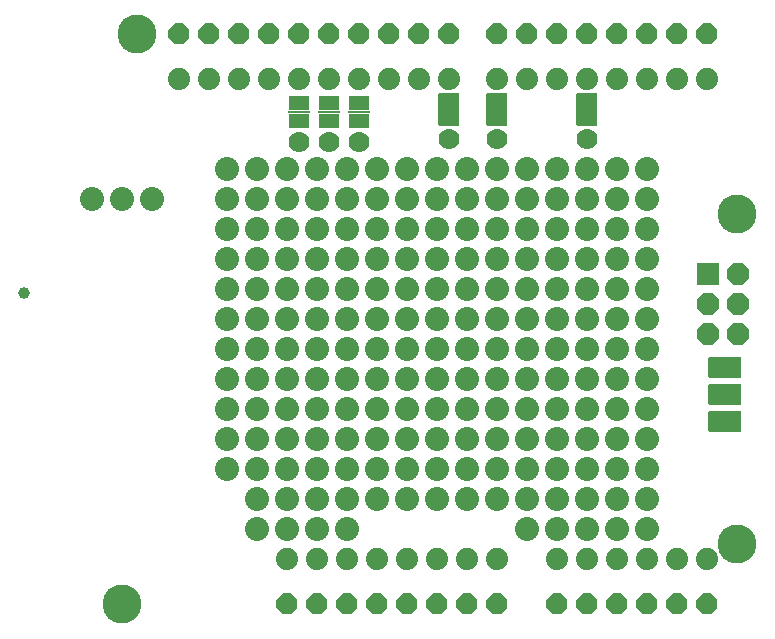
<source format=gbr>
G04 EAGLE Gerber RS-274X export*
G75*
%MOMM*%
%FSLAX34Y34*%
%LPD*%
%INSoldermask Bottom*%
%IPPOS*%
%AMOC8*
5,1,8,0,0,1.08239X$1,22.5*%
G01*
%ADD10C,3.301600*%
%ADD11P,1.924489X8X22.500000*%
%ADD12P,2.034460X8X22.500000*%
%ADD13R,1.879600X1.879600*%
%ADD14C,1.879600*%
%ADD15C,1.001600*%
%ADD16R,1.270000X1.701800*%
%ADD17R,0.736600X0.304800*%
%ADD18R,1.701800X1.270000*%
%ADD19R,1.828800X0.152400*%
%ADD20R,0.304800X0.736600*%
%ADD21C,1.778000*%
%ADD22C,2.032000*%

G36*
X424298Y430546D02*
X424298Y430546D01*
X424417Y430553D01*
X424455Y430566D01*
X424496Y430571D01*
X424606Y430614D01*
X424719Y430651D01*
X424754Y430673D01*
X424791Y430688D01*
X424887Y430758D01*
X424988Y430821D01*
X425016Y430851D01*
X425049Y430874D01*
X425125Y430966D01*
X425206Y431053D01*
X425226Y431088D01*
X425251Y431119D01*
X425302Y431227D01*
X425360Y431331D01*
X425370Y431371D01*
X425387Y431407D01*
X425409Y431524D01*
X425439Y431639D01*
X425443Y431700D01*
X425447Y431720D01*
X425445Y431740D01*
X425449Y431800D01*
X425449Y457200D01*
X425434Y457318D01*
X425427Y457437D01*
X425414Y457475D01*
X425409Y457516D01*
X425366Y457626D01*
X425329Y457739D01*
X425307Y457774D01*
X425292Y457811D01*
X425223Y457907D01*
X425159Y458008D01*
X425129Y458036D01*
X425106Y458069D01*
X425014Y458145D01*
X424927Y458226D01*
X424892Y458246D01*
X424861Y458271D01*
X424753Y458322D01*
X424649Y458380D01*
X424609Y458390D01*
X424573Y458407D01*
X424456Y458429D01*
X424341Y458459D01*
X424281Y458463D01*
X424261Y458467D01*
X424240Y458465D01*
X424180Y458469D01*
X408940Y458469D01*
X408822Y458454D01*
X408703Y458447D01*
X408665Y458434D01*
X408624Y458429D01*
X408514Y458386D01*
X408401Y458349D01*
X408366Y458327D01*
X408329Y458312D01*
X408233Y458243D01*
X408132Y458179D01*
X408104Y458149D01*
X408071Y458126D01*
X407996Y458034D01*
X407914Y457947D01*
X407894Y457912D01*
X407869Y457881D01*
X407818Y457773D01*
X407760Y457669D01*
X407750Y457629D01*
X407733Y457593D01*
X407711Y457476D01*
X407681Y457361D01*
X407677Y457301D01*
X407673Y457281D01*
X407674Y457269D01*
X407673Y457266D01*
X407674Y457253D01*
X407671Y457200D01*
X407671Y431800D01*
X407686Y431682D01*
X407693Y431563D01*
X407706Y431525D01*
X407711Y431484D01*
X407754Y431374D01*
X407791Y431261D01*
X407813Y431226D01*
X407828Y431189D01*
X407898Y431093D01*
X407961Y430992D01*
X407991Y430964D01*
X408014Y430931D01*
X408106Y430856D01*
X408193Y430774D01*
X408228Y430754D01*
X408259Y430729D01*
X408367Y430678D01*
X408471Y430620D01*
X408511Y430610D01*
X408547Y430593D01*
X408664Y430571D01*
X408779Y430541D01*
X408840Y430537D01*
X408860Y430533D01*
X408880Y430535D01*
X408940Y430531D01*
X424180Y430531D01*
X424298Y430546D01*
G37*
G36*
X464938Y430546D02*
X464938Y430546D01*
X465057Y430553D01*
X465095Y430566D01*
X465136Y430571D01*
X465246Y430614D01*
X465359Y430651D01*
X465394Y430673D01*
X465431Y430688D01*
X465527Y430758D01*
X465628Y430821D01*
X465656Y430851D01*
X465689Y430874D01*
X465765Y430966D01*
X465846Y431053D01*
X465866Y431088D01*
X465891Y431119D01*
X465942Y431227D01*
X466000Y431331D01*
X466010Y431371D01*
X466027Y431407D01*
X466049Y431524D01*
X466079Y431639D01*
X466083Y431700D01*
X466087Y431720D01*
X466085Y431740D01*
X466089Y431800D01*
X466089Y457200D01*
X466074Y457318D01*
X466067Y457437D01*
X466054Y457475D01*
X466049Y457516D01*
X466006Y457626D01*
X465969Y457739D01*
X465947Y457774D01*
X465932Y457811D01*
X465863Y457907D01*
X465799Y458008D01*
X465769Y458036D01*
X465746Y458069D01*
X465654Y458145D01*
X465567Y458226D01*
X465532Y458246D01*
X465501Y458271D01*
X465393Y458322D01*
X465289Y458380D01*
X465249Y458390D01*
X465213Y458407D01*
X465096Y458429D01*
X464981Y458459D01*
X464921Y458463D01*
X464901Y458467D01*
X464880Y458465D01*
X464820Y458469D01*
X449580Y458469D01*
X449462Y458454D01*
X449343Y458447D01*
X449305Y458434D01*
X449264Y458429D01*
X449154Y458386D01*
X449041Y458349D01*
X449006Y458327D01*
X448969Y458312D01*
X448873Y458243D01*
X448772Y458179D01*
X448744Y458149D01*
X448711Y458126D01*
X448636Y458034D01*
X448554Y457947D01*
X448534Y457912D01*
X448509Y457881D01*
X448458Y457773D01*
X448400Y457669D01*
X448390Y457629D01*
X448373Y457593D01*
X448351Y457476D01*
X448321Y457361D01*
X448317Y457301D01*
X448313Y457281D01*
X448314Y457269D01*
X448313Y457266D01*
X448314Y457253D01*
X448311Y457200D01*
X448311Y431800D01*
X448326Y431682D01*
X448333Y431563D01*
X448346Y431525D01*
X448351Y431484D01*
X448394Y431374D01*
X448431Y431261D01*
X448453Y431226D01*
X448468Y431189D01*
X448538Y431093D01*
X448601Y430992D01*
X448631Y430964D01*
X448654Y430931D01*
X448746Y430856D01*
X448833Y430774D01*
X448868Y430754D01*
X448899Y430729D01*
X449007Y430678D01*
X449111Y430620D01*
X449151Y430610D01*
X449187Y430593D01*
X449304Y430571D01*
X449419Y430541D01*
X449480Y430537D01*
X449500Y430533D01*
X449520Y430535D01*
X449580Y430531D01*
X464820Y430531D01*
X464938Y430546D01*
G37*
G36*
X541138Y430546D02*
X541138Y430546D01*
X541257Y430553D01*
X541295Y430566D01*
X541336Y430571D01*
X541446Y430614D01*
X541559Y430651D01*
X541594Y430673D01*
X541631Y430688D01*
X541727Y430758D01*
X541828Y430821D01*
X541856Y430851D01*
X541889Y430874D01*
X541965Y430966D01*
X542046Y431053D01*
X542066Y431088D01*
X542091Y431119D01*
X542142Y431227D01*
X542200Y431331D01*
X542210Y431371D01*
X542227Y431407D01*
X542249Y431524D01*
X542279Y431639D01*
X542283Y431700D01*
X542287Y431720D01*
X542285Y431740D01*
X542289Y431800D01*
X542289Y457200D01*
X542274Y457318D01*
X542267Y457437D01*
X542254Y457475D01*
X542249Y457516D01*
X542206Y457626D01*
X542169Y457739D01*
X542147Y457774D01*
X542132Y457811D01*
X542063Y457907D01*
X541999Y458008D01*
X541969Y458036D01*
X541946Y458069D01*
X541854Y458145D01*
X541767Y458226D01*
X541732Y458246D01*
X541701Y458271D01*
X541593Y458322D01*
X541489Y458380D01*
X541449Y458390D01*
X541413Y458407D01*
X541296Y458429D01*
X541181Y458459D01*
X541121Y458463D01*
X541101Y458467D01*
X541080Y458465D01*
X541020Y458469D01*
X525780Y458469D01*
X525662Y458454D01*
X525543Y458447D01*
X525505Y458434D01*
X525464Y458429D01*
X525354Y458386D01*
X525241Y458349D01*
X525206Y458327D01*
X525169Y458312D01*
X525073Y458243D01*
X524972Y458179D01*
X524944Y458149D01*
X524911Y458126D01*
X524836Y458034D01*
X524754Y457947D01*
X524734Y457912D01*
X524709Y457881D01*
X524658Y457773D01*
X524600Y457669D01*
X524590Y457629D01*
X524573Y457593D01*
X524551Y457476D01*
X524521Y457361D01*
X524517Y457301D01*
X524513Y457281D01*
X524514Y457269D01*
X524513Y457266D01*
X524514Y457253D01*
X524511Y457200D01*
X524511Y431800D01*
X524526Y431682D01*
X524533Y431563D01*
X524546Y431525D01*
X524551Y431484D01*
X524594Y431374D01*
X524631Y431261D01*
X524653Y431226D01*
X524668Y431189D01*
X524738Y431093D01*
X524801Y430992D01*
X524831Y430964D01*
X524854Y430931D01*
X524946Y430856D01*
X525033Y430774D01*
X525068Y430754D01*
X525099Y430729D01*
X525207Y430678D01*
X525311Y430620D01*
X525351Y430610D01*
X525387Y430593D01*
X525504Y430571D01*
X525619Y430541D01*
X525680Y430537D01*
X525700Y430533D01*
X525720Y430535D01*
X525780Y430531D01*
X541020Y430531D01*
X541138Y430546D01*
G37*
G36*
X663058Y217186D02*
X663058Y217186D01*
X663177Y217193D01*
X663215Y217206D01*
X663256Y217211D01*
X663366Y217254D01*
X663479Y217291D01*
X663514Y217313D01*
X663551Y217328D01*
X663647Y217398D01*
X663748Y217461D01*
X663776Y217491D01*
X663809Y217514D01*
X663885Y217606D01*
X663966Y217693D01*
X663986Y217728D01*
X664011Y217759D01*
X664062Y217867D01*
X664120Y217971D01*
X664130Y218011D01*
X664147Y218047D01*
X664169Y218164D01*
X664199Y218279D01*
X664203Y218340D01*
X664207Y218360D01*
X664205Y218380D01*
X664209Y218440D01*
X664209Y233680D01*
X664194Y233798D01*
X664187Y233917D01*
X664174Y233955D01*
X664169Y233996D01*
X664126Y234106D01*
X664089Y234219D01*
X664067Y234254D01*
X664052Y234291D01*
X663983Y234387D01*
X663919Y234488D01*
X663889Y234516D01*
X663866Y234549D01*
X663774Y234625D01*
X663687Y234706D01*
X663652Y234726D01*
X663621Y234751D01*
X663513Y234802D01*
X663409Y234860D01*
X663369Y234870D01*
X663333Y234887D01*
X663216Y234909D01*
X663101Y234939D01*
X663041Y234943D01*
X663021Y234947D01*
X663000Y234945D01*
X662940Y234949D01*
X637540Y234949D01*
X637422Y234934D01*
X637303Y234927D01*
X637265Y234914D01*
X637224Y234909D01*
X637114Y234866D01*
X637001Y234829D01*
X636966Y234807D01*
X636929Y234792D01*
X636833Y234723D01*
X636732Y234659D01*
X636704Y234629D01*
X636671Y234606D01*
X636596Y234514D01*
X636514Y234427D01*
X636494Y234392D01*
X636469Y234361D01*
X636418Y234253D01*
X636360Y234149D01*
X636350Y234109D01*
X636333Y234073D01*
X636311Y233956D01*
X636281Y233841D01*
X636277Y233781D01*
X636273Y233761D01*
X636274Y233754D01*
X636273Y233752D01*
X636274Y233736D01*
X636271Y233680D01*
X636271Y218440D01*
X636286Y218322D01*
X636293Y218203D01*
X636306Y218165D01*
X636311Y218124D01*
X636354Y218014D01*
X636391Y217901D01*
X636413Y217866D01*
X636428Y217829D01*
X636498Y217733D01*
X636561Y217632D01*
X636591Y217604D01*
X636614Y217571D01*
X636706Y217496D01*
X636793Y217414D01*
X636828Y217394D01*
X636859Y217369D01*
X636967Y217318D01*
X637071Y217260D01*
X637111Y217250D01*
X637147Y217233D01*
X637264Y217211D01*
X637379Y217181D01*
X637440Y217177D01*
X637460Y217173D01*
X637480Y217175D01*
X637540Y217171D01*
X662940Y217171D01*
X663058Y217186D01*
G37*
G36*
X663058Y194326D02*
X663058Y194326D01*
X663177Y194333D01*
X663215Y194346D01*
X663256Y194351D01*
X663366Y194394D01*
X663479Y194431D01*
X663514Y194453D01*
X663551Y194468D01*
X663647Y194538D01*
X663748Y194601D01*
X663776Y194631D01*
X663809Y194654D01*
X663885Y194746D01*
X663966Y194833D01*
X663986Y194868D01*
X664011Y194899D01*
X664062Y195007D01*
X664120Y195111D01*
X664130Y195151D01*
X664147Y195187D01*
X664169Y195304D01*
X664199Y195419D01*
X664203Y195480D01*
X664207Y195500D01*
X664205Y195520D01*
X664209Y195580D01*
X664209Y210820D01*
X664194Y210938D01*
X664187Y211057D01*
X664174Y211095D01*
X664169Y211136D01*
X664126Y211246D01*
X664089Y211359D01*
X664067Y211394D01*
X664052Y211431D01*
X663983Y211527D01*
X663919Y211628D01*
X663889Y211656D01*
X663866Y211689D01*
X663774Y211765D01*
X663687Y211846D01*
X663652Y211866D01*
X663621Y211891D01*
X663513Y211942D01*
X663409Y212000D01*
X663369Y212010D01*
X663333Y212027D01*
X663216Y212049D01*
X663101Y212079D01*
X663041Y212083D01*
X663021Y212087D01*
X663000Y212085D01*
X662940Y212089D01*
X637540Y212089D01*
X637422Y212074D01*
X637303Y212067D01*
X637265Y212054D01*
X637224Y212049D01*
X637114Y212006D01*
X637001Y211969D01*
X636966Y211947D01*
X636929Y211932D01*
X636833Y211863D01*
X636732Y211799D01*
X636704Y211769D01*
X636671Y211746D01*
X636596Y211654D01*
X636514Y211567D01*
X636494Y211532D01*
X636469Y211501D01*
X636418Y211393D01*
X636360Y211289D01*
X636350Y211249D01*
X636333Y211213D01*
X636311Y211096D01*
X636281Y210981D01*
X636277Y210921D01*
X636273Y210901D01*
X636274Y210894D01*
X636273Y210892D01*
X636274Y210876D01*
X636271Y210820D01*
X636271Y195580D01*
X636286Y195462D01*
X636293Y195343D01*
X636306Y195305D01*
X636311Y195264D01*
X636354Y195154D01*
X636391Y195041D01*
X636413Y195006D01*
X636428Y194969D01*
X636498Y194873D01*
X636561Y194772D01*
X636591Y194744D01*
X636614Y194711D01*
X636706Y194636D01*
X636793Y194554D01*
X636828Y194534D01*
X636859Y194509D01*
X636967Y194458D01*
X637071Y194400D01*
X637111Y194390D01*
X637147Y194373D01*
X637264Y194351D01*
X637379Y194321D01*
X637440Y194317D01*
X637460Y194313D01*
X637480Y194315D01*
X637540Y194311D01*
X662940Y194311D01*
X663058Y194326D01*
G37*
G36*
X663058Y171466D02*
X663058Y171466D01*
X663177Y171473D01*
X663215Y171486D01*
X663256Y171491D01*
X663366Y171534D01*
X663479Y171571D01*
X663514Y171593D01*
X663551Y171608D01*
X663647Y171678D01*
X663748Y171741D01*
X663776Y171771D01*
X663809Y171794D01*
X663885Y171886D01*
X663966Y171973D01*
X663986Y172008D01*
X664011Y172039D01*
X664062Y172147D01*
X664120Y172251D01*
X664130Y172291D01*
X664147Y172327D01*
X664169Y172444D01*
X664199Y172559D01*
X664203Y172620D01*
X664207Y172640D01*
X664205Y172660D01*
X664209Y172720D01*
X664209Y187960D01*
X664194Y188078D01*
X664187Y188197D01*
X664174Y188235D01*
X664169Y188276D01*
X664126Y188386D01*
X664089Y188499D01*
X664067Y188534D01*
X664052Y188571D01*
X663983Y188667D01*
X663919Y188768D01*
X663889Y188796D01*
X663866Y188829D01*
X663774Y188905D01*
X663687Y188986D01*
X663652Y189006D01*
X663621Y189031D01*
X663513Y189082D01*
X663409Y189140D01*
X663369Y189150D01*
X663333Y189167D01*
X663216Y189189D01*
X663101Y189219D01*
X663041Y189223D01*
X663021Y189227D01*
X663000Y189225D01*
X662940Y189229D01*
X637540Y189229D01*
X637422Y189214D01*
X637303Y189207D01*
X637265Y189194D01*
X637224Y189189D01*
X637114Y189146D01*
X637001Y189109D01*
X636966Y189087D01*
X636929Y189072D01*
X636833Y189003D01*
X636732Y188939D01*
X636704Y188909D01*
X636671Y188886D01*
X636596Y188794D01*
X636514Y188707D01*
X636494Y188672D01*
X636469Y188641D01*
X636418Y188533D01*
X636360Y188429D01*
X636350Y188389D01*
X636333Y188353D01*
X636311Y188236D01*
X636281Y188121D01*
X636277Y188061D01*
X636273Y188041D01*
X636274Y188034D01*
X636273Y188032D01*
X636274Y188016D01*
X636271Y187960D01*
X636271Y172720D01*
X636286Y172602D01*
X636293Y172483D01*
X636306Y172445D01*
X636311Y172404D01*
X636354Y172294D01*
X636391Y172181D01*
X636413Y172146D01*
X636428Y172109D01*
X636498Y172013D01*
X636561Y171912D01*
X636591Y171884D01*
X636614Y171851D01*
X636706Y171776D01*
X636793Y171694D01*
X636828Y171674D01*
X636859Y171649D01*
X636967Y171598D01*
X637071Y171540D01*
X637111Y171530D01*
X637147Y171513D01*
X637264Y171491D01*
X637379Y171461D01*
X637440Y171457D01*
X637460Y171453D01*
X637480Y171455D01*
X637540Y171451D01*
X662940Y171451D01*
X663058Y171466D01*
G37*
D10*
X139700Y25400D03*
X660400Y355600D03*
X660400Y76200D03*
X152400Y508000D03*
D11*
X533400Y508000D03*
X508000Y25400D03*
X558800Y508000D03*
X584200Y508000D03*
X609600Y508000D03*
X635000Y508000D03*
X508000Y508000D03*
X482600Y508000D03*
X457200Y508000D03*
X416560Y508000D03*
X391160Y508000D03*
X365760Y508000D03*
X340360Y508000D03*
X314960Y508000D03*
X289560Y508000D03*
X264160Y508000D03*
X238760Y508000D03*
X533400Y25400D03*
X558800Y25400D03*
X584200Y25400D03*
X609600Y25400D03*
X635000Y25400D03*
X457200Y25400D03*
X431800Y25400D03*
X406400Y25400D03*
X381000Y25400D03*
X355600Y25400D03*
X330200Y25400D03*
X213360Y508000D03*
X187960Y508000D03*
X304800Y25400D03*
X279400Y25400D03*
D12*
X661670Y279400D03*
X636270Y279400D03*
D13*
X636270Y304800D03*
D12*
X661670Y304800D03*
X661670Y254000D03*
X636270Y254000D03*
D14*
X457200Y469900D03*
X482600Y469900D03*
X508000Y469900D03*
X533400Y469900D03*
X558800Y469900D03*
X584200Y469900D03*
X609600Y469900D03*
X635000Y469900D03*
X457200Y63500D03*
X431800Y63500D03*
X406400Y63500D03*
X381000Y63500D03*
X355600Y63500D03*
X330200Y63500D03*
X304800Y63500D03*
X279400Y63500D03*
X635000Y63500D03*
X609600Y63500D03*
X584200Y63500D03*
X558800Y63500D03*
X533400Y63500D03*
X508000Y63500D03*
X187960Y469900D03*
X213360Y469900D03*
X238760Y469900D03*
X264160Y469900D03*
X289560Y469900D03*
X314960Y469900D03*
X340360Y469900D03*
X365760Y469900D03*
X391160Y469900D03*
X416560Y469900D03*
D15*
X57100Y288700D03*
D16*
X657860Y180340D03*
X642620Y180340D03*
D17*
X650240Y180340D03*
D16*
X657860Y203200D03*
X642620Y203200D03*
D17*
X650240Y203200D03*
D16*
X657860Y226060D03*
X642620Y226060D03*
D17*
X650240Y226060D03*
D18*
X314960Y434340D03*
X314960Y449580D03*
D19*
X314960Y441960D03*
D18*
X289560Y434340D03*
X289560Y449580D03*
D19*
X289560Y441960D03*
D18*
X340360Y434340D03*
X340360Y449580D03*
D19*
X340360Y441960D03*
D18*
X533400Y452120D03*
X533400Y436880D03*
D20*
X533400Y444500D03*
D18*
X457200Y452120D03*
X457200Y436880D03*
D20*
X457200Y444500D03*
D18*
X416560Y452120D03*
X416560Y436880D03*
D20*
X416560Y444500D03*
D21*
X416560Y419100D03*
X457200Y419100D03*
X533400Y419100D03*
D22*
X165100Y368300D03*
X139700Y368300D03*
X114300Y368300D03*
D21*
X314960Y416560D03*
X289560Y416560D03*
X340360Y416560D03*
D22*
X482600Y88900D03*
X508000Y88900D03*
X533400Y88900D03*
X558800Y88900D03*
X584200Y88900D03*
X406400Y114300D03*
X431800Y114300D03*
X457200Y114300D03*
X482600Y114300D03*
X508000Y114300D03*
X533400Y114300D03*
X558800Y114300D03*
X584200Y114300D03*
X279400Y88900D03*
X330200Y88900D03*
X304800Y88900D03*
X254000Y88900D03*
X584200Y368300D03*
X558800Y368300D03*
X533400Y368300D03*
X508000Y368300D03*
X482600Y368300D03*
X457200Y368300D03*
X431800Y368300D03*
X406400Y368300D03*
X381000Y368300D03*
X584200Y342900D03*
X558800Y342900D03*
X533400Y342900D03*
X508000Y342900D03*
X482600Y342900D03*
X457200Y342900D03*
X431800Y342900D03*
X406400Y342900D03*
X381000Y342900D03*
X355600Y342900D03*
X330200Y342900D03*
X304800Y342900D03*
X279400Y342900D03*
X254000Y342900D03*
X254000Y317500D03*
X279400Y317500D03*
X304800Y317500D03*
X330200Y317500D03*
X355600Y317500D03*
X381000Y317500D03*
X406400Y317500D03*
X431800Y317500D03*
X457200Y317500D03*
X482600Y317500D03*
X508000Y317500D03*
X533400Y317500D03*
X558800Y317500D03*
X584200Y317500D03*
X584200Y292100D03*
X558800Y292100D03*
X533400Y292100D03*
X508000Y292100D03*
X482600Y292100D03*
X457200Y292100D03*
X431800Y292100D03*
X406400Y292100D03*
X381000Y292100D03*
X355600Y292100D03*
X330200Y292100D03*
X304800Y292100D03*
X279400Y292100D03*
X254000Y292100D03*
X254000Y266700D03*
X279400Y266700D03*
X304800Y266700D03*
X330200Y266700D03*
X355600Y266700D03*
X381000Y266700D03*
X406400Y266700D03*
X431800Y266700D03*
X457200Y266700D03*
X482600Y266700D03*
X508000Y266700D03*
X533400Y266700D03*
X558800Y266700D03*
X584200Y266700D03*
X254000Y241300D03*
X254000Y215900D03*
X254000Y190500D03*
X254000Y165100D03*
X254000Y139700D03*
X279400Y139700D03*
X279400Y165100D03*
X279400Y190500D03*
X279400Y215900D03*
X279400Y241300D03*
X304800Y241300D03*
X304800Y215900D03*
X304800Y190500D03*
X304800Y165100D03*
X304800Y139700D03*
X330200Y139700D03*
X330200Y165100D03*
X330200Y190500D03*
X330200Y215900D03*
X330200Y241300D03*
X355600Y241300D03*
X355600Y215900D03*
X355600Y190500D03*
X355600Y165100D03*
X355600Y139700D03*
X381000Y139700D03*
X381000Y165100D03*
X381000Y190500D03*
X381000Y215900D03*
X381000Y241300D03*
X406400Y241300D03*
X406400Y215900D03*
X406400Y190500D03*
X406400Y165100D03*
X406400Y139700D03*
X431800Y139700D03*
X431800Y165100D03*
X431800Y190500D03*
X431800Y215900D03*
X431800Y241300D03*
X457200Y241300D03*
X482600Y241300D03*
X508000Y241300D03*
X533400Y241300D03*
X558800Y241300D03*
X584200Y241300D03*
X584200Y215900D03*
X558800Y215900D03*
X533400Y215900D03*
X508000Y215900D03*
X482600Y215900D03*
X457200Y215900D03*
X457200Y190500D03*
X457200Y165100D03*
X457200Y139700D03*
X482600Y139700D03*
X482600Y165100D03*
X482600Y190500D03*
X508000Y190500D03*
X508000Y165100D03*
X508000Y139700D03*
X584200Y139700D03*
X584200Y165100D03*
X584200Y190500D03*
X558800Y190500D03*
X533400Y190500D03*
X533400Y165100D03*
X533400Y139700D03*
X558800Y139700D03*
X558800Y165100D03*
X355600Y368300D03*
X330200Y368300D03*
X304800Y368300D03*
X279400Y368300D03*
X254000Y368300D03*
X381000Y114300D03*
X355600Y114300D03*
X330200Y114300D03*
X304800Y114300D03*
X279400Y114300D03*
X254000Y114300D03*
X254000Y393700D03*
X279400Y393700D03*
X304800Y393700D03*
X330200Y393700D03*
X355600Y393700D03*
X381000Y393700D03*
X406400Y393700D03*
X431800Y393700D03*
X457200Y393700D03*
X482600Y393700D03*
X508000Y393700D03*
X533400Y393700D03*
X558800Y393700D03*
X584200Y393700D03*
X228600Y393700D03*
X228600Y368300D03*
X228600Y342900D03*
X228600Y317500D03*
X228600Y292100D03*
X228600Y266700D03*
X228600Y241300D03*
X228600Y215900D03*
X228600Y190500D03*
X228600Y165100D03*
X228600Y139700D03*
M02*

</source>
